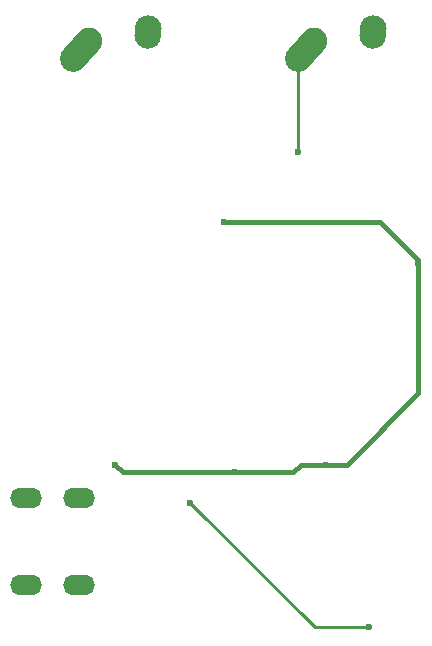
<source format=gtl>
G04 #@! TF.GenerationSoftware,KiCad,Pcbnew,8.0.2*
G04 #@! TF.CreationDate,2024-12-03T17:22:36-08:00*
G04 #@! TF.ProjectId,keypad-pcb,6b657970-6164-42d7-9063-622e6b696361,rev?*
G04 #@! TF.SameCoordinates,Original*
G04 #@! TF.FileFunction,Copper,L1,Top*
G04 #@! TF.FilePolarity,Positive*
%FSLAX46Y46*%
G04 Gerber Fmt 4.6, Leading zero omitted, Abs format (unit mm)*
G04 Created by KiCad (PCBNEW 8.0.2) date 2024-12-03 17:22:36*
%MOMM*%
%LPD*%
G01*
G04 APERTURE LIST*
G04 Aperture macros list*
%AMHorizOval*
0 Thick line with rounded ends*
0 $1 width*
0 $2 $3 position (X,Y) of the first rounded end (center of the circle)*
0 $4 $5 position (X,Y) of the second rounded end (center of the circle)*
0 Add line between two ends*
20,1,$1,$2,$3,$4,$5,0*
0 Add two circle primitives to create the rounded ends*
1,1,$1,$2,$3*
1,1,$1,$4,$5*%
G04 Aperture macros list end*
G04 #@! TA.AperFunction,ComponentPad*
%ADD10HorizOval,2.250000X0.655001X0.730000X-0.655001X-0.730000X0*%
G04 #@! TD*
G04 #@! TA.AperFunction,ComponentPad*
%ADD11C,2.250000*%
G04 #@! TD*
G04 #@! TA.AperFunction,ComponentPad*
%ADD12HorizOval,2.250000X0.020000X0.290000X-0.020000X-0.290000X0*%
G04 #@! TD*
G04 #@! TA.AperFunction,ComponentPad*
%ADD13O,2.700000X1.700000*%
G04 #@! TD*
G04 #@! TA.AperFunction,ViaPad*
%ADD14C,0.600000*%
G04 #@! TD*
G04 #@! TA.AperFunction,Conductor*
%ADD15C,0.254000*%
G04 #@! TD*
G04 #@! TA.AperFunction,Conductor*
%ADD16C,0.381000*%
G04 #@! TD*
G04 APERTURE END LIST*
D10*
X64162884Y-44992198D03*
D11*
X64817883Y-44262198D03*
D12*
X69837883Y-43472198D03*
D11*
X69857883Y-43182198D03*
D10*
X83205001Y-44990000D03*
D11*
X83860000Y-44260000D03*
D12*
X88880000Y-43470000D03*
D11*
X88900000Y-43180000D03*
D13*
X59521000Y-82964000D03*
X59521000Y-90264000D03*
X64021000Y-82964000D03*
X64021000Y-90264000D03*
D14*
X77216000Y-80748000D03*
X67040500Y-80101500D03*
X76300000Y-59539000D03*
X92710000Y-62992000D03*
X84860000Y-80136000D03*
X82550000Y-53594000D03*
X73406000Y-83312000D03*
X88519000Y-93853000D03*
D15*
X83947000Y-93853000D02*
X88519000Y-93853000D01*
X73406000Y-83312000D02*
X83947000Y-93853000D01*
D16*
X77216000Y-80748000D02*
X82142000Y-80748000D01*
X67687000Y-80748000D02*
X77216000Y-80748000D01*
X86638000Y-80136000D02*
X84860000Y-80136000D01*
X82142000Y-80748000D02*
X82754000Y-80136000D01*
X92710000Y-62992000D02*
X92710000Y-62738000D01*
X92710000Y-62992000D02*
X92710000Y-74064000D01*
X92710000Y-74064000D02*
X86638000Y-80136000D01*
X89511000Y-59539000D02*
X76300000Y-59539000D01*
X82754000Y-80136000D02*
X84860000Y-80136000D01*
X67040500Y-80101500D02*
X67687000Y-80748000D01*
X92710000Y-62738000D02*
X89511000Y-59539000D01*
D15*
X82550000Y-53594000D02*
X82550000Y-45720000D01*
M02*

</source>
